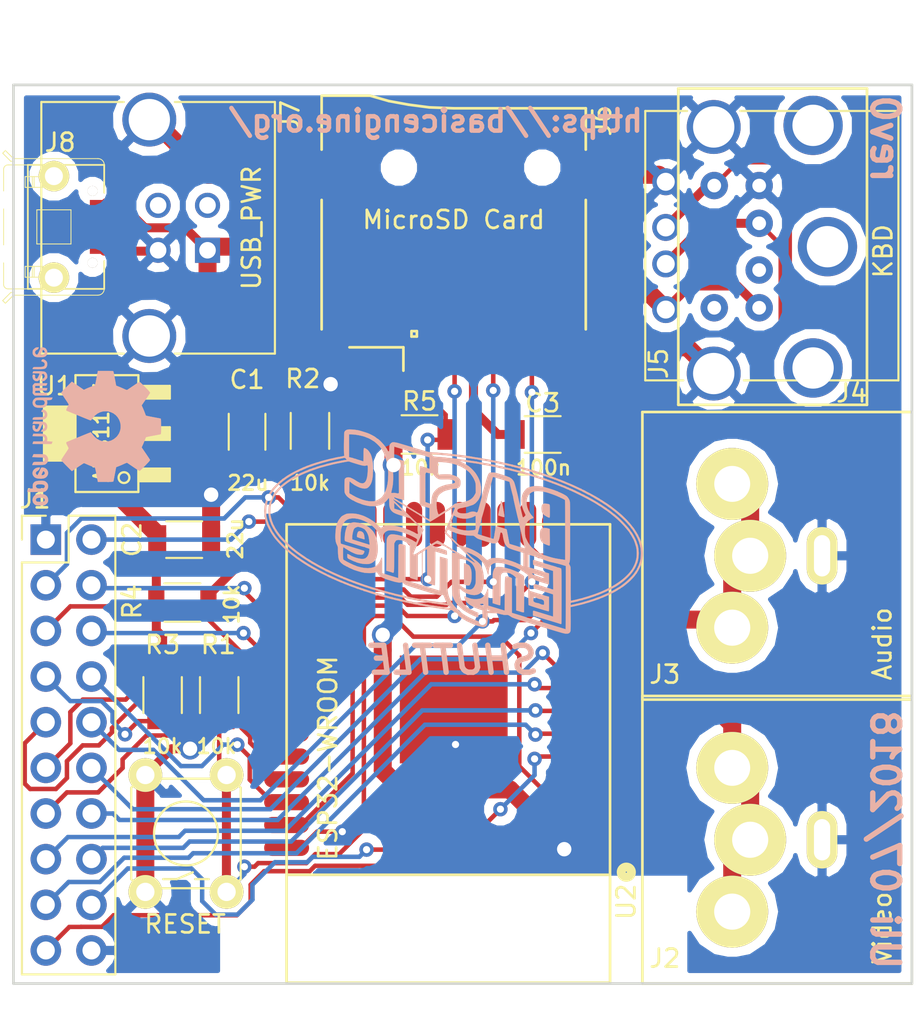
<source format=kicad_pcb>
(kicad_pcb (version 20171130) (host pcbnew 5.0.0-fee4fd1~65~ubuntu16.04.1)
  (layers (0 F.Cu signal) (31 B.Cu signal) (34 B.Paste user) (35 F.Paste user) (36 B.SilkS user) (37 F.SilkS user) (38 B.Mask user) (39 F.Mask user) (44 Edge.Cuts user))
  (net 0 "")
  (net 1 /VIDEO)
  (net 2 /AUDIO)
  (net 3 "Net-(J4-Pad6)")
  (net 4 /PS2CLK)
  (net 5 "Net-(J4-Pad2)")
  (net 6 /PS2DAT)
  (net 7 GND)
  (net 8 /MISO)
  (net 9 "Net-(J6-Pad8)")
  (net 10 /SCLK)
  (net 11 /3V3)
  (net 12 "Net-(J6-Pad1)")
  (net 13 /SDCS)
  (net 14 /MOSI)
  (net 15 +5V)
  (net 16 "Net-(U2-Pad32)")
  (net 17 "Net-(U2-Pad23)")
  (net 18 "Net-(U2-Pad22)")
  (net 19 "Net-(U2-Pad21)")
  (net 20 "Net-(U2-Pad20)")
  (net 21 "Net-(U2-Pad19)")
  (net 22 "Net-(U2-Pad18)")
  (net 23 "Net-(U2-Pad17)")
  (net 24 "Net-(J8-Pad2)")
  (net 25 "Net-(J8-Pad3)")
  (net 26 "Net-(J8-Pad4)")
  (net 27 "Net-(J7-Pad2)")
  (net 28 "Net-(J7-Pad3)")
  (net 29 /EN)
  (net 30 /DBG_TX)
  (net 31 /DBG_RX)
  (net 32 /DBG_DTR)
  (net 33 /GPIO2)
  (net 34 /GPIO4)
  (net 35 /GPIO21)
  (net 36 /GPIO27)
  (net 37 /SENSOR_VP)
  (net 38 /SENSOR_VN)
  (net 39 /GPIO32)
  (net 40 /GPIO33)
  (net 41 /GPIO12)
  (net 42 /GPIO34)
  (net 43 /GPIO16)
  (net 44 /GPIO35)
  (net 45 /GPIO17)
  (net 46 /GPIO22)
  (module rca:rca_uni (layer F.Cu) (at 161.5 113 180)
    (fp_text reference J2 (at 3.75 -6.6 180) (layer F.SilkS))
    (fp_text value Video (at -8.35 -4.9 270) (layer F.SilkS))
    (pad 1 thru_hole oval (at 0 4 180) (size 4 4) (drill 2) (layers *.Cu *.Mask F.SilkS) (net 1 /VIDEO))
    (pad 2 thru_hole oval (at -5 0 180) (size 1.7 3.2) (drill oval 0.9 2.3) (layers *.Cu *.Mask F.SilkS) (net 7 GND))
    (pad 1 thru_hole oval (at 0 -4 180) (size 4 4) (drill 2.01) (layers *.Cu *.Mask F.SilkS) (net 1 /VIDEO))
    (pad 1 thru_hole oval (at -1 0 180) (size 4 4) (drill 2.01) (layers *.Cu *.Mask F.SilkS) (net 1 /VIDEO))
  )
  (module rca:rca_uni (layer F.Cu) (at 161.5 97.2 180)
    (fp_text reference J3 (at 3.75 -6.6 180) (layer F.SilkS))
    (fp_text value Audio (at -8.35 -4.9 270) (layer F.SilkS))
    (pad 1 thru_hole oval (at -1 0 180) (size 4 4) (drill 2.01) (layers *.Cu *.Mask F.SilkS) (net 2 /AUDIO))
    (pad 1 thru_hole oval (at 0 -4 180) (size 4 4) (drill 2.01) (layers *.Cu *.Mask F.SilkS) (net 2 /AUDIO))
    (pad 2 thru_hole oval (at -5 0 180) (size 1.7 3.2) (drill oval 0.9 2.3) (layers *.Cu *.Mask F.SilkS) (net 7 GND))
    (pad 1 thru_hole oval (at 0 4 180) (size 4 4) (drill 2) (layers *.Cu *.Mask F.SilkS) (net 2 /AUDIO))
  )
  (module ab2_input_devices:AB2_PB_MOM_6MM_PTH_BLK (layer F.Cu) (at 131.1 112.65 90)
    (fp_text reference SW1 hide)
    (fp_text value RESET (at -5.05 -0.05 180) (layer F.SilkS))
    (pad 2 thru_hole circle (at 3.2512 2.2606 90) (size 1.8796 1.8796) (drill 1.016) (layers *.Cu *.Mask F.SilkS) (net 29 /EN))
    (pad 2 thru_hole circle (at -3.2512 2.2606 90) (size 1.8796 1.8796) (drill 1.016) (layers *.Cu *.Mask F.SilkS) (net 29 /EN))
    (pad 1 thru_hole circle (at 3.2512 -2.2606 90) (size 1.8796 1.8796) (drill 1.016) (layers *.Cu *.Mask F.SilkS) (net 7 GND))
    (pad 1 thru_hole circle (at -3.2512 -2.2606 90) (size 1.8796 1.8796) (drill 1.016) (layers *.Cu *.Mask F.SilkS) (net 7 GND))
  )
  (module Pin_Headers:Pin_Header_Straight_2x10_Pitch2.54mm (layer F.Cu) (at 123.3 96.3)
    (fp_text reference J1 (at -0.6 -2.25) (layer F.SilkS))
    (fp_text value EXP)
    (pad 20 thru_hole oval (at 2.54 22.86) (size 1.7 1.7) (drill 1) (layers *.Cu *.Mask) (net 7 GND))
    (pad 19 thru_hole oval (at 0 22.86) (size 1.7 1.7) (drill 1) (layers *.Cu *.Mask) (net 37 /SENSOR_VP))
    (pad 18 thru_hole oval (at 2.54 20.32) (size 1.7 1.7) (drill 1) (layers *.Cu *.Mask) (net 38 /SENSOR_VN))
    (pad 17 thru_hole oval (at 0 20.32) (size 1.7 1.7) (drill 1) (layers *.Cu *.Mask) (net 42 /GPIO34))
    (pad 16 thru_hole oval (at 2.54 17.78) (size 1.7 1.7) (drill 1) (layers *.Cu *.Mask) (net 44 /GPIO35))
    (pad 15 thru_hole oval (at 0 17.78) (size 1.7 1.7) (drill 1) (layers *.Cu *.Mask) (net 39 /GPIO32))
    (pad 14 thru_hole oval (at 2.54 15.24) (size 1.7 1.7) (drill 1) (layers *.Cu *.Mask) (net 40 /GPIO33))
    (pad 13 thru_hole oval (at 0 15.24) (size 1.7 1.7) (drill 1) (layers *.Cu *.Mask) (net 29 /EN))
    (pad 12 thru_hole oval (at 2.54 12.7) (size 1.7 1.7) (drill 1) (layers *.Cu *.Mask) (net 36 /GPIO27))
    (pad 11 thru_hole oval (at 0 12.7) (size 1.7 1.7) (drill 1) (layers *.Cu *.Mask) (net 32 /DBG_DTR))
    (pad 10 thru_hole oval (at 2.54 10.16) (size 1.7 1.7) (drill 1) (layers *.Cu *.Mask) (net 41 /GPIO12))
    (pad 9 thru_hole oval (at 0 10.16) (size 1.7 1.7) (drill 1) (layers *.Cu *.Mask) (net 31 /DBG_RX))
    (pad 8 thru_hole oval (at 2.54 7.62) (size 1.7 1.7) (drill 1) (layers *.Cu *.Mask) (net 46 /GPIO22))
    (pad 7 thru_hole oval (at 0 7.62) (size 1.7 1.7) (drill 1) (layers *.Cu *.Mask) (net 30 /DBG_TX))
    (pad 6 thru_hole oval (at 2.54 5.08) (size 1.7 1.7) (drill 1) (layers *.Cu *.Mask) (net 35 /GPIO21))
    (pad 5 thru_hole oval (at 0 5.08) (size 1.7 1.7) (drill 1) (layers *.Cu *.Mask) (net 11 /3V3))
    (pad 4 thru_hole oval (at 2.54 2.54) (size 1.7 1.7) (drill 1) (layers *.Cu *.Mask) (net 45 /GPIO17))
    (pad 3 thru_hole oval (at 0 2.54) (size 1.7 1.7) (drill 1) (layers *.Cu *.Mask) (net 43 /GPIO16))
    (pad 2 thru_hole oval (at 2.54 0) (size 1.7 1.7) (drill 1) (layers *.Cu *.Mask) (net 34 /GPIO4))
    (pad 1 thru_hole rect (at 0 0) (size 1.7 1.7) (drill 1) (layers *.Cu *.Mask) (net 7 GND))
  )
  (module Resistors_SMD:R_1206 (layer F.Cu) (at 144.1 90.45)
    (fp_text reference R5 (at 0 -1.85) (layer F.SilkS))
    (fp_text value 10k (at 0.05 1.85) (layer F.SilkS) (effects (font (size 0.8128 0.8128))))
    (pad 2 smd rect (at 1.45 0) (size 0.9 1.7) (layers F.Cu F.Paste F.Mask) (net 13 /SDCS))
    (pad 1 smd rect (at -1.45 0) (size 0.9 1.7) (layers F.Cu F.Paste F.Mask) (net 11 /3V3))
  )
  (module Resistors_SMD:R_1206 (layer F.Cu) (at 130.9 99.8)
    (fp_text reference R4 (at -2.8 -0.05 90) (layer F.SilkS))
    (fp_text value 10k (at 2.75 0.1 90) (layer F.SilkS) (effects (font (size 0.8128 0.8128))))
    (pad 2 smd rect (at 1.45 0) (size 0.9 1.7) (layers F.Cu F.Paste F.Mask) (net 32 /DBG_DTR))
    (pad 1 smd rect (at -1.45 0) (size 0.9 1.7) (layers F.Cu F.Paste F.Mask) (net 11 /3V3))
  )
  (module Resistors_SMD:R_1206 (layer F.Cu) (at 132.95 104.95 90)
    (fp_text reference R1 (at 2.8 -0.05 180) (layer F.SilkS))
    (fp_text value 10k (at -2.85 -0.15 180) (layer F.SilkS) (effects (font (size 0.8128 0.8128))))
    (pad 2 smd rect (at 1.45 0 90) (size 0.9 1.7) (layers F.Cu F.Paste F.Mask) (net 11 /3V3))
    (pad 1 smd rect (at -1.45 0 90) (size 0.9 1.7) (layers F.Cu F.Paste F.Mask) (net 29 /EN))
  )
  (module Resistors_SMD:R_1206 (layer F.Cu) (at 129.8 104.95 270)
    (fp_text reference R3 (at -2.8 0) (layer F.SilkS))
    (fp_text value 10k (at 2.85 0) (layer F.SilkS) (effects (font (size 0.8128 0.8128))))
    (pad 2 smd rect (at 1.45 0 270) (size 0.9 1.7) (layers F.Cu F.Paste F.Mask) (net 30 /DBG_TX))
    (pad 1 smd rect (at -1.45 0 270) (size 0.9 1.7) (layers F.Cu F.Paste F.Mask) (net 11 /3V3))
  )
  (module Resistors_SMD:R_1206 (layer F.Cu) (at 138 90.25 90)
    (fp_text reference R2 (at 2.9 -0.4 180) (layer F.SilkS))
    (fp_text value 10k (at -2.9 0 180) (layer F.SilkS) (effects (font (size 0.8128 0.8128))))
    (pad 2 smd rect (at 1.45 0 90) (size 0.9 1.7) (layers F.Cu F.Paste F.Mask) (net 7 GND))
    (pad 1 smd rect (at -1.45 0 90) (size 0.9 1.7) (layers F.Cu F.Paste F.Mask) (net 33 /GPIO2))
  )
  (module Capacitors_SMD:C_1206 (layer F.Cu) (at 150.95 90.45)
    (fp_text reference C3 (at 0 -1.75) (layer F.SilkS))
    (fp_text value 100n (at 0.05 1.85) (layer F.SilkS) (effects (font (size 0.8128 0.8128))))
    (pad 2 smd rect (at 1.5 0) (size 1 1.6) (layers F.Cu F.Paste F.Mask) (net 7 GND))
    (pad 1 smd rect (at -1.5 0) (size 1 1.6) (layers F.Cu F.Paste F.Mask) (net 11 /3V3))
  )
  (module Connectors:USB_B_MUSB_Straight (layer F.Cu) (at 132.3 80.2 270)
    (fp_text reference J7 (at -7.5 -4.6 270) (layer F.SilkS))
    (fp_text value USB_PWR (at -1.25 -2.45 270) (layer F.SilkS))
    (pad 2 thru_hole circle (at -2.5 0 270) (size 1.4 1.4) (drill 0.92) (layers *.Cu *.Mask) (net 27 "Net-(J7-Pad2)"))
    (pad 5 thru_hole circle (at -7.27 3.24 270) (size 3 3) (drill 2.3) (layers *.Cu *.Mask) (net 7 GND))
    (pad 1 thru_hole rect (at 0 0 270) (size 1.4 1.4) (drill 0.92) (layers *.Cu *.Mask) (net 15 +5V))
    (pad 3 thru_hole circle (at -2.5 2.75 270) (size 1.4 1.4) (drill 0.92) (layers *.Cu *.Mask) (net 28 "Net-(J7-Pad3)"))
    (pad 4 thru_hole circle (at 0 2.75 270) (size 1.4 1.4) (drill 0.92) (layers *.Cu *.Mask) (net 7 GND))
    (pad 5 thru_hole circle (at 4.77 3.24 270) (size 3 3) (drill 2.3) (layers *.Cu *.Mask) (net 7 GND))
  )
  (module ab2_usb:AB2_USB_MICRO_SMD (layer F.Cu) (at 121 78.9 270)
    (fp_text reference J8 (at -4.7 -3.1) (layer F.SilkS))
    (fp_text value USB_PWR_U hide)
    (pad "" thru_hole circle (at 1.99898 -4.9 270) (size 0.55 0.55) (drill 0.55) (layers *.Cu *.Mask F.SilkS))
    (pad "" thru_hole circle (at -2 -4.9 270) (size 0.55 0.55) (drill 0.55) (layers *.Cu *.Mask F.SilkS))
    (pad SH thru_hole circle (at 2.825 -2.75 270) (size 1.7 1.7) (drill 1) (layers *.Cu *.Mask F.SilkS))
    (pad SH thru_hole circle (at -2.825 -2.75 270) (size 1.7 1.7) (drill 1) (layers *.Cu *.Mask F.SilkS))
    (pad 5 smd rect (at 1.3 -5.425 270) (size 0.4 1.35) (layers F.Cu F.Paste F.Mask) (net 7 GND))
    (pad 4 smd rect (at 0.65 -5.425 270) (size 0.4 1.35) (layers F.Cu F.Paste F.Mask) (net 26 "Net-(J8-Pad4)"))
    (pad 3 smd rect (at 0 -5.425 270) (size 0.4 1.35) (layers F.Cu F.Paste F.Mask) (net 25 "Net-(J8-Pad3)"))
    (pad 2 smd rect (at -0.65 -5.425 270) (size 0.4 1.35) (layers F.Cu F.Paste F.Mask) (net 24 "Net-(J8-Pad2)"))
    (pad 1 smd rect (at -1.3 -5.425 270) (size 0.4 1.35) (layers F.Cu F.Paste F.Mask) (net 15 +5V))
  )
  (module Capacitors_SMD:C_1206 (layer F.Cu) (at 131 96.3)
    (fp_text reference C2 (at -2.9 0 90) (layer F.SilkS))
    (fp_text value 22u (at 2.85 -0.05 90) (layer F.SilkS) (effects (font (size 0.8128 0.8128))))
    (pad 2 smd rect (at 1.5 0) (size 1 1.6) (layers F.Cu F.Paste F.Mask) (net 7 GND))
    (pad 1 smd rect (at -1.5 0) (size 1 1.6) (layers F.Cu F.Paste F.Mask) (net 11 /3V3))
  )
  (module Capacitors_SMD:C_1206 (layer F.Cu) (at 134.5 90.3 270)
    (fp_text reference C1 (at -2.9 0) (layer F.SilkS))
    (fp_text value 22u (at 2.85 -0.05) (layer F.SilkS) (effects (font (size 0.8128 0.8128))))
    (pad 2 smd rect (at 1.5 0 270) (size 1 1.6) (layers F.Cu F.Paste F.Mask) (net 7 GND))
    (pad 1 smd rect (at -1.5 0 270) (size 1 1.6) (layers F.Cu F.Paste F.Mask) (net 15 +5V))
  )
  (module Connectors:USB_A (layer F.Cu) (at 157.8 83.5 90)
    (fp_text reference J5 (at -3 -0.4 90) (layer F.SilkS))
    (fp_text value KBD (at 3.25 12.1 90) (layer F.SilkS))
    (pad 5 thru_hole circle (at -3.56 2.67) (size 3 3) (drill 2.3) (layers *.Cu *.Mask) (net 7 GND))
    (pad 5 thru_hole circle (at 10.16 2.67) (size 3 3) (drill 2.3) (layers *.Cu *.Mask) (net 7 GND))
    (pad 1 thru_hole circle (at 0 0) (size 1.5 1.5) (drill 1) (layers *.Cu *.Mask) (net 15 +5V))
    (pad 2 thru_hole circle (at 2.54 0) (size 1.5 1.5) (drill 1) (layers *.Cu *.Mask) (net 6 /PS2DAT))
    (pad 3 thru_hole circle (at 4.57 0) (size 1.5 1.5) (drill 1) (layers *.Cu *.Mask) (net 4 /PS2CLK))
    (pad 4 thru_hole circle (at 7.11 0) (size 1.5 1.5) (drill 1) (layers *.Cu *.Mask) (net 7 GND))
  )
  (module ESP32-footprints-Lib:ESP32-WROOM (layer F.Cu) (at 145.7 108.2)
    (fp_text reference U2 (at 9.9 8.25 90) (layer F.SilkS))
    (fp_text value ESP32-WROOM)
    (fp_text user ESP32-WROOM (at -6.7 0.254 90) (layer F.SilkS))
    (pad 39 smd rect (at 0.3 -2.45) (size 6 6) (layers F.Cu F.Paste F.Mask) (net 7 GND))
    (pad 1 smd oval (at 9 5.25) (size 2.5 0.9) (layers F.Cu F.Paste F.Mask) (net 7 GND))
    (pad 2 smd oval (at 9 3.98) (size 2.5 0.9) (layers F.Cu F.Paste F.Mask) (net 11 /3V3))
    (pad 3 smd oval (at 9 2.71) (size 2.5 0.9) (layers F.Cu F.Paste F.Mask) (net 29 /EN))
    (pad 4 smd oval (at 9 1.44) (size 2.5 0.9) (layers F.Cu F.Paste F.Mask) (net 37 /SENSOR_VP))
    (pad 5 smd oval (at 9 0.17) (size 2.5 0.9) (layers F.Cu F.Paste F.Mask) (net 38 /SENSOR_VN))
    (pad 6 smd oval (at 9 -1.1) (size 2.5 0.9) (layers F.Cu F.Paste F.Mask) (net 42 /GPIO34))
    (pad 7 smd oval (at 9 -2.37) (size 2.5 0.9) (layers F.Cu F.Paste F.Mask) (net 44 /GPIO35))
    (pad 8 smd oval (at 9 -3.64) (size 2.5 0.9) (layers F.Cu F.Paste F.Mask) (net 39 /GPIO32))
    (pad 9 smd oval (at 9 -4.91) (size 2.5 0.9) (layers F.Cu F.Paste F.Mask) (net 40 /GPIO33))
    (pad 10 smd oval (at 9 -6.18) (size 2.5 0.9) (layers F.Cu F.Paste F.Mask) (net 1 /VIDEO))
    (pad 11 smd oval (at 9 -7.45) (size 2.5 0.9) (layers F.Cu F.Paste F.Mask) (net 2 /AUDIO))
    (pad 12 smd oval (at 9 -8.72) (size 2.5 0.9) (layers F.Cu F.Paste F.Mask) (net 36 /GPIO27))
    (pad 13 smd oval (at 9 -9.99) (size 2.5 0.9) (layers F.Cu F.Paste F.Mask) (net 4 /PS2CLK))
    (pad 14 smd oval (at 9 -11.26) (size 2.5 0.9) (layers F.Cu F.Paste F.Mask) (net 41 /GPIO12))
    (pad 15 smd oval (at 5.715 -12.75) (size 0.9 2.5) (layers F.Cu F.Paste F.Mask) (net 7 GND))
    (pad 16 smd oval (at 4.445 -12.75) (size 0.9 2.5) (layers F.Cu F.Paste F.Mask) (net 6 /PS2DAT))
    (pad 17 smd oval (at 3.175 -12.75) (size 0.9 2.5) (layers F.Cu F.Paste F.Mask) (net 23 "Net-(U2-Pad17)"))
    (pad 18 smd oval (at 1.905 -12.75) (size 0.9 2.5) (layers F.Cu F.Paste F.Mask) (net 22 "Net-(U2-Pad18)"))
    (pad 19 smd oval (at 0.635 -12.75) (size 0.9 2.5) (layers F.Cu F.Paste F.Mask) (net 21 "Net-(U2-Pad19)"))
    (pad 20 smd oval (at -0.635 -12.75) (size 0.9 2.5) (layers F.Cu F.Paste F.Mask) (net 20 "Net-(U2-Pad20)"))
    (pad 21 smd oval (at -1.905 -12.75) (size 0.9 2.5) (layers F.Cu F.Paste F.Mask) (net 19 "Net-(U2-Pad21)"))
    (pad 22 smd oval (at -3.175 -12.75) (size 0.9 2.5) (layers F.Cu F.Paste F.Mask) (net 18 "Net-(U2-Pad22)"))
    (pad 23 smd oval (at -4.445 -12.75) (size 0.9 2.5) (layers F.Cu F.Paste F.Mask) (net 17 "Net-(U2-Pad23)"))
    (pad 24 smd oval (at -5.715 -12.75) (size 0.9 2.5) (layers F.Cu F.Paste F.Mask) (net 33 /GPIO2))
    (pad 25 smd oval (at -9 -11.26) (size 2.5 0.9) (layers F.Cu F.Paste F.Mask) (net 32 /DBG_DTR))
    (pad 26 smd oval (at -9 -9.99) (size 2.5 0.9) (layers F.Cu F.Paste F.Mask) (net 34 /GPIO4))
    (pad 27 smd oval (at -9 -8.72) (size 2.5 0.9) (layers F.Cu F.Paste F.Mask) (net 43 /GPIO16))
    (pad 28 smd oval (at -9 -7.45) (size 2.5 0.9) (layers F.Cu F.Paste F.Mask) (net 45 /GPIO17))
    (pad 29 smd oval (at -9 -6.18) (size 2.5 0.9) (layers F.Cu F.Paste F.Mask) (net 13 /SDCS))
    (pad 30 smd oval (at -9 -4.91) (size 2.5 0.9) (layers F.Cu F.Paste F.Mask) (net 10 /SCLK))
    (pad 31 smd oval (at -9 -3.64) (size 2.5 0.9) (layers F.Cu F.Paste F.Mask) (net 8 /MISO))
    (pad 32 smd oval (at -9 -2.37) (size 2.5 0.9) (layers F.Cu F.Paste F.Mask) (net 16 "Net-(U2-Pad32)"))
    (pad 33 smd oval (at -9 -1.1) (size 2.5 0.9) (layers F.Cu F.Paste F.Mask) (net 35 /GPIO21))
    (pad 34 smd oval (at -9 0.17) (size 2.5 0.9) (layers F.Cu F.Paste F.Mask) (net 31 /DBG_RX))
    (pad 35 smd oval (at -9 1.44) (size 2.5 0.9) (layers F.Cu F.Paste F.Mask) (net 30 /DBG_TX))
    (pad 36 smd oval (at -9 2.71) (size 2.5 0.9) (layers F.Cu F.Paste F.Mask) (net 46 /GPIO22))
    (pad 37 smd oval (at -9 3.98) (size 2.5 0.9) (layers F.Cu F.Paste F.Mask) (net 14 /MOSI))
    (pad 38 smd oval (at -9 5.25) (size 2.5 0.9) (layers F.Cu F.Paste F.Mask) (net 7 GND))
  )
  (module ab2_sot:AB2_SOT223 (layer F.Cu) (at 126.7 90.4 90)
    (fp_text reference U1 (at 2.65 -2.9 180) (layer F.SilkS))
    (fp_text value AMS1117 (at 0.05 -0.3 90) (layer F.SilkS) (effects (font (size 0.8128 0.8128))))
    (pad 3 smd rect (at 2.3 2.9 90) (size 0.95 2.15) (layers F.Cu F.Paste F.Mask) (net 15 +5V))
    (pad 2 smd rect (at 0 2.9 90) (size 0.95 2.15) (layers F.Cu F.Paste F.Mask) (net 11 /3V3))
    (pad 1 smd rect (at -2.3 2.9 90) (size 0.95 2.15) (layers F.Cu F.Paste F.Mask) (net 7 GND))
    (pad 2 smd rect (at 0 -2.9 90) (size 3.25 2.15) (layers F.Cu F.Paste F.Mask) (net 11 /3V3))
  )
  (module devrom3_pcb:Conn_uSDcard (layer F.Cu) (at 146 75.6 180)
    (fp_text reference J6 (at -8.25 2.6 90) (layer F.SilkS))
    (fp_text value "MicroSD Card" (at 0 -2.9) (layer F.SilkS))
    (pad 3 smd rect (at 0 -10.5 180) (size 0.7 1.6) (layers F.Cu F.Paste F.Mask) (net 14 /MOSI))
    (pad "" np_thru_hole circle (at -4.93 0 180) (size 1 1) (drill 1) (layers *.Cu))
    (pad "" np_thru_hole circle (at 3.05 0 180) (size 1 1) (drill 1) (layers *.Cu))
    (pad 2 smd rect (at 1.1 -10.5 180) (size 0.7 1.6) (layers F.Cu F.Paste F.Mask) (net 13 /SDCS))
    (pad 1 smd rect (at 2.2 -10.5 180) (size 0.7 1.6) (layers F.Cu F.Paste F.Mask) (net 12 "Net-(J6-Pad1)"))
    (pad 4 smd rect (at -1.1 -10.5 180) (size 0.7 1.6) (layers F.Cu F.Paste F.Mask) (net 11 /3V3))
    (pad 5 smd rect (at -2.2 -10.5 180) (size 0.7 1.6) (layers F.Cu F.Paste F.Mask) (net 10 /SCLK))
    (pad 6 smd rect (at -3.3 -10.5 180) (size 0.7 1.6) (layers F.Cu F.Paste F.Mask) (net 7 GND))
    (pad 8 smd rect (at -5.5 -10.5 180) (size 0.7 1.6) (layers F.Cu F.Paste F.Mask) (net 9 "Net-(J6-Pad8)"))
    (pad 7 smd rect (at -4.4 -10.5 180) (size 0.7 1.6) (layers F.Cu F.Paste F.Mask) (net 8 /MISO))
    (pad 9 smd rect (at -6.6 -10.5 180) (size 0.7 1.6) (layers F.Cu F.Paste F.Mask) (net 7 GND))
    (pad 6 smd rect (at -7.75 -10 180) (size 1.2 1.4) (layers F.Cu F.Paste F.Mask) (net 7 GND))
    (pad 6 smd rect (at 6.85 -10 180) (size 1.6 1.4) (layers F.Cu F.Paste F.Mask) (net 7 GND))
    (pad 6 smd rect (at -7.75 -0.4 180) (size 1.2 2.2) (layers F.Cu F.Paste F.Mask) (net 7 GND))
    (pad 6 smd rect (at 7.75 -0.4 180) (size 1.2 2.2) (layers F.Cu F.Paste F.Mask) (net 7 GND))
  )
  (module mini-din-6-f:MINI-DIN-6-FULL-SHIELD (layer F.Cu) (at 171.5 80 270)
    (fp_text reference J4 (at 8.15 3.35) (layer F.SilkS))
    (fp_text value PS2_KBD hide)
    (pad 7 thru_hole circle (at 0 4.7 270) (size 3.3 3.3) (drill 2.3) (layers *.Cu *.Mask))
    (pad 1 thru_hole circle (at -1.3 8.5 270) (size 1.524 1.524) (drill 0.762) (layers *.Cu *.Mask) (net 6 /PS2DAT))
    (pad 2 thru_hole circle (at 1.3 8.5 270) (size 1.524 1.524) (drill 0.762) (layers *.Cu *.Mask) (net 5 "Net-(J4-Pad2)"))
    (pad 5 thru_hole circle (at -3.4 11 270) (size 1.524 1.524) (drill 0.762) (layers *.Cu *.Mask) (net 4 /PS2CLK))
    (pad 3 thru_hole circle (at -3.4 8.5 270) (size 1.524 1.524) (drill 0.762) (layers *.Cu *.Mask) (net 7 GND))
    (pad 6 thru_hole circle (at 3.4 11 270) (size 1.524 1.524) (drill 0.762) (layers *.Cu *.Mask) (net 3 "Net-(J4-Pad6)"))
    (pad 4 thru_hole circle (at 3.4 8.5 270) (size 1.524 1.524) (drill 0.762) (layers *.Cu *.Mask) (net 15 +5V))
    (pad 7 thru_hole circle (at 6.75 5.5 270) (size 3.3 3.3) (drill 2.3) (layers *.Cu *.Mask))
    (pad 7 thru_hole circle (at -6.75 5.5 270) (size 3.3 3.3) (drill 2.3) (layers *.Cu *.Mask))
  )
  (module Documents:basic_engine (layer B.Cu) (at 146 96 180)
    (fp_text reference G*** hide)
    (fp_text value LOGO hide)
  )
  (module Symbol:OSHW-Logo2_9.8x8mm_SilkScreen (layer B.Cu) (at 126 90 90)
    (fp_text reference REF** hide)
    (fp_text value OSHW-Logo2_9.8x8mm_SilkScreen hide)
  )
  (gr_text rev0 (at 170 74 270) (layer B.SilkS) (effects (font (size 1.5 1.5) (thickness 0.3)) (justify mirror)))
  (gr_text https://basicengine.org/ (at 145 73) (layer B.SilkS) (effects (font (size 1.2 1.2) (thickness 0.25)) (justify mirror)))
  (gr_text SHUTTLE (at 146 103) (layer B.SilkS) (effects (font (size 1.5 1.5) (thickness 0.3) italic) (justify mirror)))
  (gr_text "Uli 07/2018" (at 170 113 270) (layer B.SilkS) (effects (font (size 1.5 1.5) (thickness 0.3)) (justify mirror)))
  (gr_line (start 121.5 121) (end 121.5 71) (layer Edge.Cuts) (width 0.15))
  (gr_line (start 171.5 121) (end 121.5 121) (layer Edge.Cuts) (width 0.15))
  (gr_line (start 171.5 71) (end 171.5 121) (layer Edge.Cuts) (width 0.15))
  (gr_line (start 121.5 71) (end 171.5 71) (layer Edge.Cuts) (width 0.15))
  (segment (start 161.5 106.57) (end 161.5 109) (width 1) (layer F.Cu) (net 1))
  (segment (start 156.95 102.02) (end 161.5 106.57) (width 1) (layer F.Cu) (net 1))
  (segment (start 154.7 102.02) (end 156.95 102.02) (width 1) (layer F.Cu) (net 1))
  (segment (start 161.5 114) (end 162.5 113) (width 1) (layer F.Cu) (net 1))
  (segment (start 161.5 117) (end 161.5 114) (width 1) (layer F.Cu) (net 1))
  (segment (start 162.5 110) (end 161.5 109) (width 1) (layer F.Cu) (net 1))
  (segment (start 162.5 113) (end 162.5 110) (width 1) (layer F.Cu) (net 1))
  (segment (start 161.05 100.75) (end 161.5 101.2) (width 1) (layer F.Cu) (net 2))
  (segment (start 154.7 100.75) (end 161.05 100.75) (width 1) (layer F.Cu) (net 2))
  (segment (start 161.5 98.2) (end 162.5 97.2) (width 1) (layer F.Cu) (net 2))
  (segment (start 161.5 101.2) (end 161.5 98.2) (width 1) (layer F.Cu) (net 2))
  (segment (start 162.5 94.2) (end 161.5 93.2) (width 1) (layer F.Cu) (net 2))
  (segment (start 162.5 97.2) (end 162.5 94.2) (width 1) (layer F.Cu) (net 2))
  (segment (start 160.13 76.6) (end 157.8 78.93) (width 0.5) (layer F.Cu) (net 4))
  (segment (start 160.5 76.6) (end 160.13 76.6) (width 0.5) (layer F.Cu) (net 4))
  (segment (start 161.261999 75.838001) (end 160.5 76.6) (width 0.25) (layer F.Cu) (net 4))
  (segment (start 163.75 75.3) (end 161.8 75.3) (width 0.25) (layer F.Cu) (net 4))
  (segment (start 158.45 92.2) (end 160.4 90.25) (width 0.25) (layer F.Cu) (net 4))
  (segment (start 158.45 96.1) (end 158.45 92.2) (width 0.25) (layer F.Cu) (net 4))
  (segment (start 161.8 75.3) (end 161.261999 75.838001) (width 0.25) (layer F.Cu) (net 4))
  (segment (start 163.6 89.45) (end 163.6 85.8) (width 0.25) (layer F.Cu) (net 4))
  (segment (start 156.34 98.21) (end 158.45 96.1) (width 0.25) (layer F.Cu) (net 4))
  (segment (start 160.4 90.25) (end 162.8 90.25) (width 0.25) (layer F.Cu) (net 4))
  (segment (start 163.6 85.8) (end 164.7 84.7) (width 0.25) (layer F.Cu) (net 4))
  (segment (start 164.7 84.7) (end 164.7 76.25) (width 0.25) (layer F.Cu) (net 4))
  (segment (start 154.7 98.21) (end 156.34 98.21) (width 0.25) (layer F.Cu) (net 4))
  (segment (start 162.8 90.25) (end 163.6 89.45) (width 0.25) (layer F.Cu) (net 4))
  (segment (start 164.7 76.25) (end 163.75 75.3) (width 0.25) (layer F.Cu) (net 4))
  (segment (start 160.06 78.7) (end 163 78.7) (width 0.5) (layer F.Cu) (net 6))
  (segment (start 157.8 80.96) (end 160.06 78.7) (width 0.5) (layer F.Cu) (net 6))
  (segment (start 163.761999 79.461999) (end 163 78.7) (width 0.25) (layer F.Cu) (net 6))
  (segment (start 164.2 79.9) (end 163.761999 79.461999) (width 0.25) (layer F.Cu) (net 6))
  (segment (start 150.145 96.595) (end 150.75 97.2) (width 0.25) (layer F.Cu) (net 6))
  (segment (start 150.75 97.2) (end 151.9 97.2) (width 0.25) (layer F.Cu) (net 6))
  (segment (start 162.75 88.25) (end 162.75 85.7) (width 0.25) (layer F.Cu) (net 6))
  (segment (start 164.2 84.25) (end 164.2 79.9) (width 0.25) (layer F.Cu) (net 6))
  (segment (start 150.145 95.45) (end 150.145 96.595) (width 0.25) (layer F.Cu) (net 6))
  (segment (start 159.65 89.45) (end 161.55 89.45) (width 0.25) (layer F.Cu) (net 6))
  (segment (start 151.9 97.2) (end 159.65 89.45) (width 0.25) (layer F.Cu) (net 6))
  (segment (start 161.55 89.45) (end 162.75 88.25) (width 0.25) (layer F.Cu) (net 6))
  (segment (start 162.75 85.7) (end 164.2 84.25) (width 0.25) (layer F.Cu) (net 6))
  (segment (start 157.41 76) (end 157.8 76.39) (width 1) (layer F.Cu) (net 7))
  (segment (start 153.75 76) (end 157.41 76) (width 1) (layer F.Cu) (net 7))
  (segment (start 132.5 93.8) (end 134.5 91.8) (width 1) (layer F.Cu) (net 7))
  (segment (start 132.5 96.3) (end 132.5 93.8) (width 1) (layer F.Cu) (net 7))
  (segment (start 133.6 92.7) (end 134.5 91.8) (width 1) (layer F.Cu) (net 7))
  (segment (start 129.6 92.7) (end 133.6 92.7) (width 1) (layer F.Cu) (net 7))
  (segment (start 132.33 76) (end 138.25 76) (width 1) (layer F.Cu) (net 7))
  (segment (start 129.06 72.73) (end 132.33 76) (width 1) (layer F.Cu) (net 7))
  (segment (start 153.75 89.15) (end 152.45 90.45) (width 1) (layer F.Cu) (net 7))
  (segment (start 153.75 85.6) (end 153.75 89.15) (width 1) (layer F.Cu) (net 7))
  (segment (start 128.8394 109.3988) (end 128.8394 115.9012) (width 1) (layer F.Cu) (net 7))
  (segment (start 159.01 85.6) (end 160.47 87.06) (width 1) (layer F.Cu) (net 7))
  (segment (start 153.75 85.6) (end 159.01 85.6) (width 1) (layer F.Cu) (net 7))
  (segment (start 139.15 87.65) (end 138 88.8) (width 1) (layer F.Cu) (net 7))
  (via (at 132.5 93.8) (size 1.2) (drill 0.8) (layers F.Cu B.Cu) (net 7))
  (segment (start 153.75 85.5) (end 153.75 85.6) (width 0.5) (layer F.Cu) (net 7))
  (segment (start 149.3 85.239998) (end 150.139998 84.4) (width 0.5) (layer F.Cu) (net 7))
  (segment (start 152.65 84.4) (end 153.75 85.5) (width 0.5) (layer F.Cu) (net 7))
  (segment (start 149.3 86.1) (end 149.3 85.239998) (width 0.5) (layer F.Cu) (net 7))
  (segment (start 150.139998 84.4) (end 152.65 84.4) (width 0.5) (layer F.Cu) (net 7))
  (segment (start 152.45 90.45) (end 152.45 94.25) (width 1) (layer F.Cu) (net 7))
  (segment (start 151.415 95.285) (end 151.415 95.45) (width 1) (layer F.Cu) (net 7))
  (segment (start 152.45 94.25) (end 151.415 95.285) (width 1) (layer F.Cu) (net 7))
  (segment (start 139.15 85.6) (end 139.15 87.65) (width 1) (layer F.Cu) (net 7))
  (via (at 139.15 87.65) (size 1.2) (drill 0.8) (layers F.Cu B.Cu) (net 7))
  (segment (start 153.25 86.1) (end 153.75 85.6) (width 0.5) (layer F.Cu) (net 7))
  (segment (start 152.6 86.1) (end 153.25 86.1) (width 0.5) (layer F.Cu) (net 7))
  (segment (start 152.22499 113.45) (end 152.15 113.52499) (width 1) (layer F.Cu) (net 7))
  (via (at 152.15 113.52499) (size 1.2) (drill 0.8) (layers F.Cu B.Cu) (net 7))
  (segment (start 154.7 113.45) (end 152.22499 113.45) (width 1) (layer F.Cu) (net 7))
  (via (at 139.8 112.55) (size 0.8) (drill 0.4) (layers F.Cu B.Cu) (net 7))
  (segment (start 137.5 113.45) (end 138.4 112.55) (width 0.25) (layer F.Cu) (net 7))
  (segment (start 139.234315 112.55) (end 139.8 112.55) (width 0.25) (layer F.Cu) (net 7))
  (segment (start 136.7 113.45) (end 137.5 113.45) (width 0.25) (layer F.Cu) (net 7))
  (segment (start 138.4 112.55) (end 139.234315 112.55) (width 0.25) (layer F.Cu) (net 7))
  (via (at 146.1 107.7) (size 0.8) (drill 0.4) (layers F.Cu B.Cu) (net 7))
  (segment (start 130.478856 107.935967) (end 131.327384 107.935967) (width 0.5) (layer F.Cu) (net 7))
  (segment (start 128.8394 109.3988) (end 130.302233 107.935967) (width 0.5) (layer F.Cu) (net 7))
  (segment (start 130.302233 107.935967) (end 130.478856 107.935967) (width 0.5) (layer F.Cu) (net 7))
  (via (at 131.327384 107.935967) (size 1.2) (drill 0.8) (layers F.Cu B.Cu) (net 7))
  (segment (start 129.3 80.25) (end 129.55 80) (width 0.5) (layer F.Cu) (net 7))
  (segment (start 126.55 80.25) (end 129.3 80.25) (width 0.5) (layer F.Cu) (net 7))
  (via (at 150.35 98.65) (size 0.8) (drill 0.4) (layers F.Cu B.Cu) (net 8))
  (via (at 150.35 88.1) (size 0.8) (drill 0.4) (layers F.Cu B.Cu) (net 8))
  (segment (start 150.35 98.65) (end 150.35 88.1) (width 0.25) (layer B.Cu) (net 8))
  (segment (start 150.35 86.15) (end 150.4 86.1) (width 0.25) (layer F.Cu) (net 8))
  (segment (start 150.35 88.1) (end 150.35 86.15) (width 0.25) (layer F.Cu) (net 8))
  (segment (start 143.428577 99.924977) (end 145.602018 99.924978) (width 0.25) (layer F.Cu) (net 8))
  (segment (start 149.175002 99.824998) (end 149.950001 99.049999) (width 0.25) (layer F.Cu) (net 8))
  (segment (start 141.081916 99.524969) (end 143.028569 99.524969) (width 0.25) (layer F.Cu) (net 8))
  (segment (start 139.874977 100.731908) (end 141.081916 99.524969) (width 0.25) (layer F.Cu) (net 8))
  (segment (start 143.028569 99.524969) (end 143.428577 99.924977) (width 0.25) (layer F.Cu) (net 8))
  (segment (start 137.5 104.56) (end 139.874977 102.185023) (width 0.25) (layer F.Cu) (net 8))
  (segment (start 136.7 104.56) (end 137.5 104.56) (width 0.25) (layer F.Cu) (net 8))
  (segment (start 145.701998 99.824998) (end 149.175002 99.824998) (width 0.25) (layer F.Cu) (net 8))
  (segment (start 145.602018 99.924978) (end 145.701998 99.824998) (width 0.25) (layer F.Cu) (net 8))
  (segment (start 139.874977 102.185023) (end 139.874977 100.731908) (width 0.25) (layer F.Cu) (net 8))
  (segment (start 149.950001 99.049999) (end 150.35 98.65) (width 0.25) (layer F.Cu) (net 8))
  (via (at 148.2 98.65) (size 0.8) (drill 0.4) (layers F.Cu B.Cu) (net 10))
  (via (at 148.2 88) (size 0.8) (drill 0.4) (layers F.Cu B.Cu) (net 10))
  (segment (start 148.2 98.65) (end 148.2 88) (width 0.25) (layer B.Cu) (net 10))
  (segment (start 148.2 88) (end 148.2 86.1) (width 0.25) (layer F.Cu) (net 10))
  (segment (start 139.424966 101.365034) (end 139.424966 100.545508) (width 0.25) (layer F.Cu) (net 10))
  (segment (start 147.634315 98.65) (end 148.2 98.65) (width 0.25) (layer F.Cu) (net 10))
  (segment (start 137.5 103.29) (end 139.424966 101.365034) (width 0.25) (layer F.Cu) (net 10))
  (segment (start 139.424966 100.545508) (end 140.895516 99.074958) (width 0.25) (layer F.Cu) (net 10))
  (segment (start 143.614977 99.474967) (end 145.053619 99.474967) (width 0.25) (layer F.Cu) (net 10))
  (segment (start 145.053619 99.474967) (end 145.878587 98.65) (width 0.25) (layer F.Cu) (net 10))
  (segment (start 140.895516 99.074958) (end 143.214968 99.074958) (width 0.25) (layer F.Cu) (net 10))
  (segment (start 145.878587 98.65) (end 147.634315 98.65) (width 0.25) (layer F.Cu) (net 10))
  (segment (start 143.214968 99.074958) (end 143.614977 99.474967) (width 0.25) (layer F.Cu) (net 10))
  (segment (start 136.7 103.29) (end 137.5 103.29) (width 0.25) (layer F.Cu) (net 10))
  (segment (start 123.8 90.4) (end 129.6 90.4) (width 1) (layer F.Cu) (net 11))
  (segment (start 129.5 96) (end 129.5 96.3) (width 1) (layer F.Cu) (net 11))
  (segment (start 127.525 94.025) (end 129.5 96) (width 1) (layer F.Cu) (net 11))
  (segment (start 127.525 91.875) (end 127.525 94.025) (width 1) (layer F.Cu) (net 11))
  (segment (start 129 90.4) (end 127.525 91.875) (width 1) (layer F.Cu) (net 11))
  (segment (start 129.6 90.4) (end 129 90.4) (width 1) (layer F.Cu) (net 11))
  (segment (start 129.45 96.35) (end 129.5 96.3) (width 0.5) (layer F.Cu) (net 11))
  (segment (start 129.45 99.8) (end 129.45 96.35) (width 0.5) (layer F.Cu) (net 11))
  (segment (start 129.8 103.5) (end 129.8 101.7) (width 0.5) (layer F.Cu) (net 11))
  (segment (start 129.45 101.35) (end 129.45 99.8) (width 0.5) (layer F.Cu) (net 11))
  (segment (start 129.8 101.7) (end 129.45 101.35) (width 0.5) (layer F.Cu) (net 11))
  (segment (start 129.8 103.5) (end 132.95 103.5) (width 0.5) (layer F.Cu) (net 11))
  (segment (start 129.6 90.4) (end 142.6 90.4) (width 1) (layer F.Cu) (net 11))
  (segment (start 142.6 90.4) (end 142.65 90.45) (width 1) (layer F.Cu) (net 11))
  (segment (start 148.45 90.45) (end 149.45 90.45) (width 0.5) (layer F.Cu) (net 11))
  (segment (start 147.1 89.1) (end 148.45 90.45) (width 0.5) (layer F.Cu) (net 11))
  (segment (start 147.1 86.1) (end 147.1 89.1) (width 0.5) (layer F.Cu) (net 11))
  (via (at 142.65 92.15) (size 1.2) (drill 0.8) (layers F.Cu B.Cu) (net 11))
  (segment (start 142.65 90.45) (end 142.65 92.15) (width 1) (layer F.Cu) (net 11))
  (segment (start 128.534999 100.015001) (end 128.75 99.8) (width 0.25) (layer F.Cu) (net 11))
  (segment (start 128.75 99.8) (end 129.45 99.8) (width 0.25) (layer F.Cu) (net 11))
  (segment (start 124.664999 100.015001) (end 128.534999 100.015001) (width 0.25) (layer F.Cu) (net 11))
  (segment (start 123.3 101.38) (end 124.664999 100.015001) (width 0.25) (layer F.Cu) (net 11))
  (via (at 142.049999 101.6) (size 1.2) (drill 0.8) (layers F.Cu B.Cu) (net 11))
  (segment (start 142.65 100.999999) (end 142.649998 101.000001) (width 1) (layer B.Cu) (net 11))
  (segment (start 142.65 92.15) (end 142.65 100.999999) (width 1) (layer B.Cu) (net 11))
  (segment (start 142.649998 101.000001) (end 142.049999 101.6) (width 1) (layer B.Cu) (net 11))
  (segment (start 142.65 89.1) (end 142.65 90.45) (width 0.5) (layer F.Cu) (net 11))
  (segment (start 142.65 85.1) (end 142.65 89.1) (width 0.5) (layer F.Cu) (net 11))
  (segment (start 147.1 86.1) (end 147.1 85) (width 0.5) (layer F.Cu) (net 11))
  (segment (start 147.1 85) (end 146.5 84.4) (width 0.5) (layer F.Cu) (net 11))
  (segment (start 146.5 84.4) (end 143.35 84.4) (width 0.5) (layer F.Cu) (net 11))
  (segment (start 143.35 84.4) (end 142.65 85.1) (width 0.5) (layer F.Cu) (net 11))
  (segment (start 142.049999 102.448528) (end 142.049999 101.6) (width 1) (layer F.Cu) (net 11))
  (segment (start 142.049999 109.149999) (end 142.049999 102.448528) (width 1) (layer F.Cu) (net 11))
  (segment (start 154.7 112.18) (end 151.108002 112.18) (width 1) (layer F.Cu) (net 11))
  (segment (start 149.128001 110.199999) (end 143.099999 110.199999) (width 1) (layer F.Cu) (net 11))
  (segment (start 143.099999 110.199999) (end 142.049999 109.149999) (width 1) (layer F.Cu) (net 11))
  (segment (start 151.108002 112.18) (end 149.128001 110.199999) (width 1) (layer F.Cu) (net 11))
  (via (at 144.55 90.75) (size 0.8) (drill 0.4) (layers F.Cu B.Cu) (net 13))
  (segment (start 145.25 90.75) (end 145.55 90.45) (width 0.25) (layer F.Cu) (net 13))
  (segment (start 144.55 90.75) (end 145.25 90.75) (width 0.25) (layer F.Cu) (net 13))
  (segment (start 144.9 86.1) (end 144.9 88.75) (width 0.25) (layer F.Cu) (net 13))
  (segment (start 145.55 89.35) (end 145.55 90.45) (width 0.25) (layer F.Cu) (net 13))
  (segment (start 144.95 88.75) (end 145.55 89.35) (width 0.25) (layer F.Cu) (net 13))
  (segment (start 144.9 88.75) (end 144.95 88.75) (width 0.25) (layer F.Cu) (net 13))
  (via (at 144.55 98.5) (size 0.8) (drill 0.4) (layers F.Cu B.Cu) (net 13))
  (segment (start 144.55 98.5) (end 144.55 90.75) (width 0.25) (layer B.Cu) (net 13))
  (segment (start 137.5 102.02) (end 138.2 101.32) (width 0.25) (layer F.Cu) (net 13))
  (segment (start 136.7 102.02) (end 137.5 102.02) (width 0.25) (layer F.Cu) (net 13))
  (segment (start 138.2 101.32) (end 138.2 101.134064) (width 0.25) (layer F.Cu) (net 13))
  (segment (start 140.834064 98.5) (end 143.984315 98.5) (width 0.25) (layer F.Cu) (net 13))
  (segment (start 138.2 101.134064) (end 140.834064 98.5) (width 0.25) (layer F.Cu) (net 13))
  (segment (start 143.984315 98.5) (end 144.55 98.5) (width 0.25) (layer F.Cu) (net 13))
  (via (at 146.05 100.55) (size 0.8) (drill 0.4) (layers F.Cu B.Cu) (net 14))
  (via (at 146.05 88.05) (size 0.8) (drill 0.4) (layers F.Cu B.Cu) (net 14))
  (segment (start 146.05 100.55) (end 146.05 88.05) (width 0.25) (layer B.Cu) (net 14))
  (segment (start 146.05 86.15) (end 146 86.1) (width 0.25) (layer F.Cu) (net 14))
  (segment (start 146.05 88.05) (end 146.05 86.15) (width 0.25) (layer F.Cu) (net 14))
  (segment (start 140.374981 100.907828) (end 141.307821 99.974988) (width 0.25) (layer F.Cu) (net 14))
  (segment (start 141.307821 99.974988) (end 142.842178 99.974988) (width 0.25) (layer F.Cu) (net 14))
  (segment (start 142.842178 99.974988) (end 143.41719 100.55) (width 0.25) (layer F.Cu) (net 14))
  (segment (start 143.41719 100.55) (end 145.484315 100.55) (width 0.25) (layer F.Cu) (net 14))
  (segment (start 140.374981 109.305019) (end 140.374981 100.907828) (width 0.25) (layer F.Cu) (net 14))
  (segment (start 137.5 112.18) (end 140.374981 109.305019) (width 0.25) (layer F.Cu) (net 14))
  (segment (start 136.7 112.18) (end 137.5 112.18) (width 0.25) (layer F.Cu) (net 14))
  (segment (start 145.484315 100.55) (end 146.05 100.55) (width 0.25) (layer F.Cu) (net 14))
  (segment (start 132.3 85.4) (end 129.6 88.1) (width 1) (layer F.Cu) (net 15))
  (segment (start 132.3 80) (end 132.3 85.4) (width 1) (layer F.Cu) (net 15))
  (segment (start 132.3 86.9) (end 134.2 88.8) (width 1) (layer F.Cu) (net 15))
  (segment (start 134.2 88.8) (end 134.5 88.8) (width 1) (layer F.Cu) (net 15))
  (segment (start 132.3 85.4) (end 132.3 86.9) (width 1) (layer F.Cu) (net 15))
  (segment (start 154.3 80) (end 132.3 80) (width 1) (layer F.Cu) (net 15))
  (segment (start 157.8 83.5) (end 154.3 80) (width 1) (layer F.Cu) (net 15))
  (segment (start 158.549999 82.750001) (end 157.8 83.5) (width 0.5) (layer F.Cu) (net 15))
  (segment (start 161.787999 82.187999) (end 159.112001 82.187999) (width 0.5) (layer F.Cu) (net 15))
  (segment (start 159.112001 82.187999) (end 158.549999 82.750001) (width 0.5) (layer F.Cu) (net 15))
  (segment (start 163 83.4) (end 161.787999 82.187999) (width 0.5) (layer F.Cu) (net 15))
  (segment (start 131.05 78.95) (end 128.810002 78.95) (width 0.5) (layer F.Cu) (net 15))
  (segment (start 127.410002 77.55) (end 126.65 77.55) (width 0.5) (layer F.Cu) (net 15))
  (segment (start 128.810002 78.95) (end 127.410002 77.55) (width 0.5) (layer F.Cu) (net 15))
  (segment (start 132.3 80.2) (end 131.05 78.95) (width 0.5) (layer F.Cu) (net 15))
  (segment (start 134.350002 114.911798) (end 134.350002 114.5) (width 0.25) (layer B.Cu) (net 29))
  (segment (start 133.3606 115.9012) (end 134.350002 114.911798) (width 0.25) (layer B.Cu) (net 29))
  (via (at 134.350002 114.5) (size 0.8) (drill 0.4) (layers F.Cu B.Cu) (net 29))
  (segment (start 134.915687 114.5) (end 134.350002 114.5) (width 0.25) (layer F.Cu) (net 29))
  (segment (start 135.115687 114.3) (end 134.915687 114.5) (width 0.25) (layer F.Cu) (net 29))
  (segment (start 137.8 114.3) (end 135.115687 114.3) (width 0.25) (layer F.Cu) (net 29))
  (segment (start 138.300021 113.799979) (end 137.8 114.3) (width 0.25) (layer F.Cu) (net 29))
  (segment (start 140.999998 112.423006) (end 139.623025 113.799979) (width 0.25) (layer F.Cu) (net 29))
  (segment (start 149.649998 102.741998) (end 148.608002 101.700002) (width 0.25) (layer F.Cu) (net 29))
  (segment (start 151.651996 110.91) (end 149.649998 108.908002) (width 0.25) (layer F.Cu) (net 29))
  (segment (start 154.7 110.91) (end 151.651996 110.91) (width 0.25) (layer F.Cu) (net 29))
  (segment (start 149.649998 108.908002) (end 149.649998 102.741998) (width 0.25) (layer F.Cu) (net 29))
  (segment (start 148.608002 101.700002) (end 143.754004 101.700002) (width 0.25) (layer F.Cu) (net 29))
  (segment (start 143.754004 101.700002) (end 142.604001 100.549999) (width 0.25) (layer F.Cu) (net 29))
  (segment (start 142.604001 100.549999) (end 141.545998 100.549999) (width 0.25) (layer F.Cu) (net 29))
  (segment (start 141.545998 100.549999) (end 140.999998 101.095999) (width 0.25) (layer F.Cu) (net 29))
  (segment (start 140.999998 101.095999) (end 140.999998 112.423006) (width 0.25) (layer F.Cu) (net 29))
  (segment (start 139.623025 113.799979) (end 138.300021 113.799979) (width 0.25) (layer F.Cu) (net 29))
  (segment (start 133.35 109.4094) (end 133.3606 109.3988) (width 0.5) (layer F.Cu) (net 29))
  (segment (start 133.35 115.8906) (end 133.35 109.4094) (width 0.5) (layer F.Cu) (net 29))
  (segment (start 133.3606 115.9012) (end 133.35 115.8906) (width 0.5) (layer F.Cu) (net 29))
  (segment (start 132.95 108.9882) (end 133.3606 109.3988) (width 0.25) (layer F.Cu) (net 29))
  (segment (start 132.95 106.4) (end 132.95 108.9882) (width 0.25) (layer F.Cu) (net 29))
  (segment (start 124.149999 110.690001) (end 123.3 111.54) (width 0.25) (layer F.Cu) (net 29))
  (segment (start 126.214003 110.364999) (end 124.475001 110.364999) (width 0.25) (layer F.Cu) (net 29))
  (segment (start 127.574599 109.004403) (end 126.214003 110.364999) (width 0.25) (layer F.Cu) (net 29))
  (segment (start 132.95 106.4) (end 131.56703 106.4) (width 0.25) (layer F.Cu) (net 29))
  (segment (start 124.475001 110.364999) (end 124.149999 110.690001) (width 0.25) (layer F.Cu) (net 29))
  (segment (start 131.56703 106.4) (end 130.76703 107.2) (width 0.25) (layer F.Cu) (net 29))
  (segment (start 127.574599 108.525401) (end 127.574599 109.004403) (width 0.25) (layer F.Cu) (net 29))
  (segment (start 130.76703 107.2) (end 128.9 107.2) (width 0.25) (layer F.Cu) (net 29))
  (segment (start 128.9 107.2) (end 127.574599 108.525401) (width 0.25) (layer F.Cu) (net 29))
  (segment (start 127.015001 105.895999) (end 127.015001 106.44032) (width 0.25) (layer B.Cu) (net 30))
  (segment (start 127.307045 106.732364) (end 127.707044 107.132363) (width 0.25) (layer B.Cu) (net 30))
  (via (at 127.707044 107.132363) (size 0.8) (drill 0.4) (layers F.Cu B.Cu) (net 30))
  (segment (start 124.664999 105.284999) (end 126.404001 105.284999) (width 0.25) (layer B.Cu) (net 30))
  (segment (start 123.3 103.92) (end 124.664999 105.284999) (width 0.25) (layer B.Cu) (net 30))
  (segment (start 127.015001 106.44032) (end 127.307045 106.732364) (width 0.25) (layer B.Cu) (net 30))
  (segment (start 126.404001 105.284999) (end 127.015001 105.895999) (width 0.25) (layer B.Cu) (net 30))
  (segment (start 129.8 106.4) (end 128.439407 106.4) (width 0.25) (layer F.Cu) (net 30))
  (segment (start 128.107043 106.732364) (end 127.707044 107.132363) (width 0.25) (layer F.Cu) (net 30))
  (segment (start 128.439407 106.4) (end 128.107043 106.732364) (width 0.25) (layer F.Cu) (net 30))
  (segment (start 134.2 106.786386) (end 134.2 105.764998) (width 0.25) (layer F.Cu) (net 30))
  (segment (start 134.2 105.764998) (end 133.785002 105.35) (width 0.25) (layer F.Cu) (net 30))
  (segment (start 133.785002 105.35) (end 131.95 105.35) (width 0.25) (layer F.Cu) (net 30))
  (segment (start 131.95 105.35) (end 130.9 106.4) (width 0.25) (layer F.Cu) (net 30))
  (segment (start 130.9 106.4) (end 129.8 106.4) (width 0.25) (layer F.Cu) (net 30))
  (segment (start 134.674979 107.607419) (end 134.674979 107.261365) (width 0.25) (layer F.Cu) (net 30))
  (segment (start 135.100011 108.840011) (end 135.100011 108.032451) (width 0.25) (layer F.Cu) (net 30))
  (segment (start 135.9 109.64) (end 135.100011 108.840011) (width 0.25) (layer F.Cu) (net 30))
  (segment (start 135.100011 108.032451) (end 134.674979 107.607419) (width 0.25) (layer F.Cu) (net 30))
  (segment (start 134.674979 107.261365) (end 134.2 106.786386) (width 0.25) (layer F.Cu) (net 30))
  (segment (start 136.7 109.64) (end 135.9 109.64) (width 0.25) (layer F.Cu) (net 30))
  (segment (start 135.12499 107.074965) (end 134.650011 106.599986) (width 0.25) (layer F.Cu) (net 31))
  (segment (start 124.475001 109.564001) (end 123.864001 110.175001) (width 0.25) (layer F.Cu) (net 31))
  (segment (start 122.425001 110.175001) (end 122.124999 109.874999) (width 0.25) (layer F.Cu) (net 31))
  (segment (start 124.475001 108.625997) (end 124.475001 109.564001) (width 0.25) (layer F.Cu) (net 31))
  (segment (start 136.7 108.37) (end 136.073971 108.37) (width 0.25) (layer F.Cu) (net 31))
  (segment (start 128.916394 104.850011) (end 126.982043 106.784362) (width 0.25) (layer F.Cu) (net 31))
  (segment (start 122.124999 109.874999) (end 122.124999 107.635001) (width 0.25) (layer F.Cu) (net 31))
  (segment (start 126.251988 107.75) (end 125.350998 107.75) (width 0.25) (layer F.Cu) (net 31))
  (segment (start 125.350998 107.75) (end 124.475001 108.625997) (width 0.25) (layer F.Cu) (net 31))
  (segment (start 122.124999 107.635001) (end 122.450001 107.309999) (width 0.25) (layer F.Cu) (net 31))
  (segment (start 122.450001 107.309999) (end 123.3 106.46) (width 0.25) (layer F.Cu) (net 31))
  (segment (start 126.982043 106.784362) (end 126.982043 107.019945) (width 0.25) (layer F.Cu) (net 31))
  (segment (start 123.864001 110.175001) (end 122.425001 110.175001) (width 0.25) (layer F.Cu) (net 31))
  (segment (start 134.650011 105.578598) (end 133.921424 104.850011) (width 0.25) (layer F.Cu) (net 31))
  (segment (start 126.982043 107.019945) (end 126.251988 107.75) (width 0.25) (layer F.Cu) (net 31))
  (segment (start 134.650011 106.599986) (end 134.650011 105.578598) (width 0.25) (layer F.Cu) (net 31))
  (segment (start 135.12499 107.421018) (end 135.12499 107.074965) (width 0.25) (layer F.Cu) (net 31))
  (segment (start 136.073971 108.37) (end 135.12499 107.421018) (width 0.25) (layer F.Cu) (net 31))
  (segment (start 133.921424 104.850011) (end 128.916394 104.850011) (width 0.25) (layer F.Cu) (net 31))
  (segment (start 136.7 96.94) (end 134.81 96.94) (width 0.5) (layer F.Cu) (net 32))
  (segment (start 134.81 96.94) (end 132.35 99.4) (width 0.5) (layer F.Cu) (net 32))
  (segment (start 132.35 99.4) (end 132.35 99.8) (width 0.5) (layer F.Cu) (net 32))
  (segment (start 134.25 102.65) (end 132.35 100.75) (width 0.25) (layer F.Cu) (net 32))
  (segment (start 134.25 104.085002) (end 134.25 102.65) (width 0.25) (layer F.Cu) (net 32))
  (segment (start 133.935002 104.4) (end 134.25 104.085002) (width 0.25) (layer F.Cu) (net 32))
  (segment (start 123.3 109) (end 124.664999 107.635001) (width 0.25) (layer F.Cu) (net 32))
  (segment (start 124.664999 107.635001) (end 124.664999 105.895999) (width 0.25) (layer F.Cu) (net 32))
  (segment (start 132.35 100.75) (end 132.35 99.8) (width 0.25) (layer F.Cu) (net 32))
  (segment (start 128.545995 104.4) (end 133.935002 104.4) (width 0.25) (layer F.Cu) (net 32))
  (segment (start 127.746017 105.199978) (end 128.545995 104.4) (width 0.25) (layer F.Cu) (net 32))
  (segment (start 124.664999 105.895999) (end 125.36102 105.199978) (width 0.25) (layer F.Cu) (net 32))
  (segment (start 125.36102 105.199978) (end 127.746017 105.199978) (width 0.25) (layer F.Cu) (net 32))
  (segment (start 139.985 93.685) (end 138 91.7) (width 0.5) (layer F.Cu) (net 33))
  (segment (start 139.985 95.45) (end 139.985 93.685) (width 0.5) (layer F.Cu) (net 33))
  (via (at 134.6 95.3) (size 0.8) (drill 0.4) (layers F.Cu B.Cu) (net 34))
  (segment (start 136.956029 95.3) (end 134.6 95.3) (width 0.25) (layer F.Cu) (net 34))
  (segment (start 136.7 98.21) (end 137.5 98.21) (width 0.25) (layer F.Cu) (net 34))
  (segment (start 138.27501 97.43499) (end 138.27501 96.618981) (width 0.25) (layer F.Cu) (net 34))
  (segment (start 137.5 98.21) (end 138.27501 97.43499) (width 0.25) (layer F.Cu) (net 34))
  (segment (start 138.27501 96.618981) (end 136.956029 95.3) (width 0.25) (layer F.Cu) (net 34))
  (segment (start 127.042081 96.3) (end 125.84 96.3) (width 0.25) (layer B.Cu) (net 34))
  (segment (start 134.6 95.3) (end 133.6 96.3) (width 0.25) (layer B.Cu) (net 34))
  (segment (start 133.6 96.3) (end 127.042081 96.3) (width 0.25) (layer B.Cu) (net 34))
  (via (at 134.3 101.5) (size 0.8) (drill 0.4) (layers F.Cu B.Cu) (net 35))
  (segment (start 125.96 101.5) (end 125.84 101.38) (width 0.25) (layer B.Cu) (net 35))
  (segment (start 134.3 101.5) (end 125.96 101.5) (width 0.25) (layer B.Cu) (net 35))
  (segment (start 134.699999 101.899999) (end 134.3 101.5) (width 0.25) (layer F.Cu) (net 35))
  (segment (start 135.9 107.1) (end 135.100022 106.300022) (width 0.25) (layer F.Cu) (net 35))
  (segment (start 136.7 107.1) (end 135.9 107.1) (width 0.25) (layer F.Cu) (net 35))
  (segment (start 135.050022 105.342198) (end 135.050022 102.250022) (width 0.25) (layer F.Cu) (net 35))
  (segment (start 135.100022 105.392198) (end 135.050022 105.342198) (width 0.25) (layer F.Cu) (net 35))
  (segment (start 135.100022 106.300022) (end 135.100022 105.392198) (width 0.25) (layer F.Cu) (net 35))
  (segment (start 135.050022 102.250022) (end 134.699999 101.899999) (width 0.25) (layer F.Cu) (net 35))
  (via (at 150.3 101.5) (size 0.8) (drill 0.4) (layers F.Cu B.Cu) (net 36))
  (segment (start 152.32 99.48) (end 150.3 101.5) (width 0.25) (layer F.Cu) (net 36))
  (segment (start 154.7 99.48) (end 152.32 99.48) (width 0.25) (layer F.Cu) (net 36))
  (segment (start 128.14 111.3) (end 126.689999 109.849999) (width 0.25) (layer B.Cu) (net 36))
  (segment (start 126.689999 109.849999) (end 125.84 109) (width 0.25) (layer B.Cu) (net 36))
  (segment (start 135.8 111.3) (end 128.14 111.3) (width 0.25) (layer B.Cu) (net 36))
  (segment (start 144.15 102.95) (end 135.8 111.3) (width 0.25) (layer B.Cu) (net 36))
  (segment (start 148.85 102.95) (end 144.15 102.95) (width 0.25) (layer B.Cu) (net 36))
  (segment (start 150.3 101.5) (end 148.85 102.95) (width 0.25) (layer B.Cu) (net 36))
  (segment (start 125.25 117.85) (end 124.61 117.85) (width 0.25) (layer F.Cu) (net 37))
  (segment (start 125.253499 117.846501) (end 125.25 117.85) (width 0.25) (layer F.Cu) (net 37))
  (segment (start 124.61 117.85) (end 123.3 119.16) (width 0.25) (layer F.Cu) (net 37))
  (segment (start 126.428001 117.845001) (end 125.251999 117.845001) (width 0.25) (layer F.Cu) (net 37))
  (segment (start 127.073002 117.2) (end 126.428001 117.845001) (width 0.25) (layer F.Cu) (net 37))
  (segment (start 156.27501 113.771019) (end 155.596029 114.45) (width 0.25) (layer F.Cu) (net 37))
  (segment (start 156.27501 110.41501) (end 156.27501 113.771019) (width 0.25) (layer F.Cu) (net 37))
  (segment (start 138.28641 114.45) (end 137.9864 114.750011) (width 0.25) (layer F.Cu) (net 37))
  (segment (start 125.251999 117.845001) (end 125.253499 117.846501) (width 0.25) (layer F.Cu) (net 37))
  (segment (start 154.7 109.64) (end 155.5 109.64) (width 0.25) (layer F.Cu) (net 37))
  (segment (start 133.933706 117.2) (end 127.073002 117.2) (width 0.25) (layer F.Cu) (net 37))
  (segment (start 135.449989 114.750011) (end 134.7 115.5) (width 0.25) (layer F.Cu) (net 37))
  (segment (start 155.596029 114.45) (end 138.28641 114.45) (width 0.25) (layer F.Cu) (net 37))
  (segment (start 137.9864 114.750011) (end 135.449989 114.750011) (width 0.25) (layer F.Cu) (net 37))
  (segment (start 155.5 109.64) (end 156.27501 110.41501) (width 0.25) (layer F.Cu) (net 37))
  (segment (start 134.7 115.5) (end 134.7 116.433706) (width 0.25) (layer F.Cu) (net 37))
  (segment (start 134.7 116.433706) (end 133.933706 117.2) (width 0.25) (layer F.Cu) (net 37))
  (segment (start 150.63 108.37) (end 150.5 108.5) (width 0.25) (layer F.Cu) (net 38))
  (segment (start 150.5 109.4) (end 148.6 111.3) (width 0.25) (layer B.Cu) (net 38))
  (segment (start 150.5 108.5) (end 150.5 109.4) (width 0.25) (layer B.Cu) (net 38))
  (via (at 148.6 111.3) (size 0.8) (drill 0.4) (layers F.Cu B.Cu) (net 38))
  (segment (start 154.7 108.37) (end 150.63 108.37) (width 0.25) (layer F.Cu) (net 38))
  (via (at 150.5 108.5) (size 0.8) (drill 0.4) (layers F.Cu B.Cu) (net 38))
  (via (at 141.15 113.55) (size 0.8) (drill 0.4) (layers F.Cu B.Cu) (net 38))
  (segment (start 146.35 113.55) (end 141.15 113.55) (width 0.25) (layer F.Cu) (net 38))
  (segment (start 148.6 111.3) (end 146.35 113.55) (width 0.25) (layer F.Cu) (net 38))
  (segment (start 127.86 114.6) (end 125.84 116.62) (width 0.25) (layer B.Cu) (net 38))
  (segment (start 131.401704 114.6) (end 127.86 114.6) (width 0.25) (layer B.Cu) (net 38))
  (segment (start 137.85 114.25) (end 136.05 114.25) (width 0.25) (layer B.Cu) (net 38))
  (segment (start 132 115.198296) (end 131.401704 114.6) (width 0.25) (layer B.Cu) (net 38))
  (segment (start 132 116.412506) (end 132 115.198296) (width 0.25) (layer B.Cu) (net 38))
  (segment (start 140.750001 113.949999) (end 138.150001 113.949999) (width 0.25) (layer B.Cu) (net 38))
  (segment (start 138.150001 113.949999) (end 137.85 114.25) (width 0.25) (layer B.Cu) (net 38))
  (segment (start 141.15 113.55) (end 140.750001 113.949999) (width 0.25) (layer B.Cu) (net 38))
  (segment (start 136.05 114.25) (end 134.8 115.5) (width 0.25) (layer B.Cu) (net 38))
  (segment (start 134.8 116.333706) (end 133.967705 117.166001) (width 0.25) (layer B.Cu) (net 38))
  (segment (start 134.8 115.5) (end 134.8 116.333706) (width 0.25) (layer B.Cu) (net 38))
  (segment (start 133.967705 117.166001) (end 132.753495 117.166001) (width 0.25) (layer B.Cu) (net 38))
  (segment (start 132.753495 117.166001) (end 132 116.412506) (width 0.25) (layer B.Cu) (net 38))
  (via (at 150.5 104.35) (size 0.8) (drill 0.4) (layers F.Cu B.Cu) (net 39))
  (segment (start 150.71 104.56) (end 150.5 104.35) (width 0.25) (layer F.Cu) (net 39))
  (segment (start 154.7 104.56) (end 150.71 104.56) (width 0.25) (layer F.Cu) (net 39))
  (segment (start 124.149999 113.230001) (end 123.3 114.08) (width 0.25) (layer B.Cu) (net 39))
  (segment (start 124.53 112.85) (end 124.149999 113.230001) (width 0.25) (layer B.Cu) (net 39))
  (segment (start 150.5 104.35) (end 144.75 104.35) (width 0.25) (layer B.Cu) (net 39))
  (segment (start 136.6 112.5) (end 131.05 112.5) (width 0.25) (layer B.Cu) (net 39))
  (segment (start 130.7 112.85) (end 124.53 112.85) (width 0.25) (layer B.Cu) (net 39))
  (segment (start 144.75 104.35) (end 136.6 112.5) (width 0.25) (layer B.Cu) (net 39))
  (segment (start 131.05 112.5) (end 130.7 112.85) (width 0.25) (layer B.Cu) (net 39))
  (via (at 150.95 102.6) (size 0.8) (drill 0.4) (layers F.Cu B.Cu) (net 40))
  (segment (start 151.64 103.29) (end 150.95 102.6) (width 0.25) (layer F.Cu) (net 40))
  (segment (start 154.7 103.29) (end 151.64 103.29) (width 0.25) (layer F.Cu) (net 40))
  (segment (start 127.042081 111.54) (end 125.84 111.54) (width 0.25) (layer B.Cu) (net 40))
  (segment (start 150.95 102.6) (end 149.85 103.7) (width 0.25) (layer B.Cu) (net 40))
  (segment (start 149.85 103.7) (end 144.4 103.7) (width 0.25) (layer B.Cu) (net 40))
  (segment (start 127.40207 111.899989) (end 127.042081 111.54) (width 0.25) (layer B.Cu) (net 40))
  (segment (start 136.200011 111.899989) (end 127.40207 111.899989) (width 0.25) (layer B.Cu) (net 40))
  (segment (start 144.4 103.7) (end 136.200011 111.899989) (width 0.25) (layer B.Cu) (net 40))
  (via (at 147.6 100.85) (size 0.8) (drill 0.4) (layers F.Cu B.Cu) (net 41))
  (segment (start 148.165685 100.85) (end 147.6 100.85) (width 0.25) (layer F.Cu) (net 41))
  (segment (start 153.9 96.94) (end 150.065002 100.774998) (width 0.25) (layer F.Cu) (net 41))
  (segment (start 154.7 96.94) (end 153.9 96.94) (width 0.25) (layer F.Cu) (net 41))
  (segment (start 148.240687 100.774998) (end 148.165685 100.85) (width 0.25) (layer F.Cu) (net 41))
  (segment (start 150.065002 100.774998) (end 148.240687 100.774998) (width 0.25) (layer F.Cu) (net 41))
  (segment (start 126.689999 107.309999) (end 125.84 106.46) (width 0.25) (layer B.Cu) (net 41))
  (segment (start 127.38 108) (end 126.689999 107.309999) (width 0.25) (layer B.Cu) (net 41))
  (segment (start 132.08359 110.8) (end 129.28359 108) (width 0.25) (layer B.Cu) (net 41))
  (segment (start 135.25 110.8) (end 132.08359 110.8) (width 0.25) (layer B.Cu) (net 41))
  (segment (start 146.25 102.2) (end 143.85 102.2) (width 0.25) (layer B.Cu) (net 41))
  (segment (start 129.28359 108) (end 127.38 108) (width 0.25) (layer B.Cu) (net 41))
  (segment (start 143.85 102.2) (end 135.25 110.8) (width 0.25) (layer B.Cu) (net 41))
  (segment (start 147.6 100.85) (end 146.25 102.2) (width 0.25) (layer B.Cu) (net 41))
  (via (at 150.55 107.15) (size 0.8) (drill 0.4) (layers F.Cu B.Cu) (net 42))
  (segment (start 150.6 107.1) (end 150.55 107.15) (width 0.25) (layer F.Cu) (net 42))
  (segment (start 154.7 107.1) (end 150.6 107.1) (width 0.25) (layer F.Cu) (net 42))
  (segment (start 144.4 106.6) (end 137.25 113.75) (width 0.25) (layer B.Cu) (net 42))
  (segment (start 131.25 114) (end 127.659002 114) (width 0.25) (layer B.Cu) (net 42))
  (segment (start 126.309002 115.35) (end 124.57 115.35) (width 0.25) (layer B.Cu) (net 42))
  (segment (start 150.55 107.15) (end 150 106.6) (width 0.25) (layer B.Cu) (net 42))
  (segment (start 150 106.6) (end 144.4 106.6) (width 0.25) (layer B.Cu) (net 42))
  (segment (start 137.25 113.75) (end 131.5 113.75) (width 0.25) (layer B.Cu) (net 42))
  (segment (start 131.5 113.75) (end 131.25 114) (width 0.25) (layer B.Cu) (net 42))
  (segment (start 127.659002 114) (end 126.309002 115.35) (width 0.25) (layer B.Cu) (net 42))
  (segment (start 124.149999 115.770001) (end 123.3 116.62) (width 0.25) (layer B.Cu) (net 42))
  (segment (start 124.57 115.35) (end 124.149999 115.770001) (width 0.25) (layer B.Cu) (net 42))
  (segment (start 138.2 99.48) (end 139 98.68) (width 0.25) (layer F.Cu) (net 43))
  (segment (start 136.7 99.48) (end 138.2 99.48) (width 0.25) (layer F.Cu) (net 43))
  (segment (start 136.24244 93.95) (end 135.7 93.95) (width 0.25) (layer F.Cu) (net 43))
  (segment (start 139 96.70756) (end 136.24244 93.95) (width 0.25) (layer F.Cu) (net 43))
  (via (at 135.7 93.95) (size 0.8) (drill 0.4) (layers F.Cu B.Cu) (net 43))
  (segment (start 139 98.68) (end 139 96.70756) (width 0.25) (layer F.Cu) (net 43))
  (segment (start 135.7 93.95) (end 134.4 93.95) (width 0.25) (layer B.Cu) (net 43))
  (segment (start 124.149999 97.990001) (end 123.3 98.84) (width 0.25) (layer B.Cu) (net 43))
  (segment (start 124.475001 97.664999) (end 124.149999 97.990001) (width 0.25) (layer B.Cu) (net 43))
  (segment (start 124.475001 95.925997) (end 124.475001 97.664999) (width 0.25) (layer B.Cu) (net 43))
  (segment (start 125.275999 95.124999) (end 124.475001 95.925997) (width 0.25) (layer B.Cu) (net 43))
  (segment (start 133.225001 95.124999) (end 125.275999 95.124999) (width 0.25) (layer B.Cu) (net 43))
  (segment (start 134.4 93.95) (end 133.225001 95.124999) (width 0.25) (layer B.Cu) (net 43))
  (segment (start 150.58 105.83) (end 150.55 105.8) (width 0.25) (layer F.Cu) (net 44))
  (via (at 150.55 105.8) (size 0.8) (drill 0.4) (layers F.Cu B.Cu) (net 44))
  (segment (start 154.7 105.83) (end 150.58 105.83) (width 0.25) (layer F.Cu) (net 44))
  (segment (start 126.47 113.45) (end 125.84 114.08) (width 0.25) (layer B.Cu) (net 44))
  (segment (start 130.95 113.45) (end 126.47 113.45) (width 0.25) (layer B.Cu) (net 44))
  (segment (start 150.55 105.8) (end 144.25 105.8) (width 0.25) (layer B.Cu) (net 44))
  (segment (start 131.300011 113.099989) (end 130.95 113.45) (width 0.25) (layer B.Cu) (net 44))
  (segment (start 144.25 105.8) (end 136.950011 113.099989) (width 0.25) (layer B.Cu) (net 44))
  (segment (start 136.950011 113.099989) (end 131.300011 113.099989) (width 0.25) (layer B.Cu) (net 44))
  (segment (start 134.35 99.2) (end 134.35 99) (width 0.25) (layer F.Cu) (net 45))
  (segment (start 135.9 100.75) (end 134.35 99.2) (width 0.25) (layer F.Cu) (net 45))
  (via (at 134.35 99) (size 0.8) (drill 0.4) (layers F.Cu B.Cu) (net 45))
  (segment (start 136.7 100.75) (end 135.9 100.75) (width 0.25) (layer F.Cu) (net 45))
  (segment (start 126 99) (end 125.84 98.84) (width 0.25) (layer B.Cu) (net 45))
  (segment (start 134.35 99) (end 126 99) (width 0.25) (layer B.Cu) (net 45))
  (via (at 133.956694 107.705939) (size 0.8) (drill 0.4) (layers F.Cu B.Cu) (net 46))
  (segment (start 126.689999 104.769999) (end 125.84 103.92) (width 0.25) (layer B.Cu) (net 46))
  (segment (start 133.956694 107.705939) (end 133.181555 107.705939) (width 0.25) (layer B.Cu) (net 46))
  (segment (start 133.181555 107.705939) (end 131.987494 108.9) (width 0.25) (layer B.Cu) (net 46))
  (segment (start 131.987494 108.9) (end 130.82 108.9) (width 0.25) (layer B.Cu) (net 46))
  (segment (start 130.82 108.9) (end 126.689999 104.769999) (width 0.25) (layer B.Cu) (net 46))
  (segment (start 134.65 108.399245) (end 133.956694 107.705939) (width 0.25) (layer F.Cu) (net 46))
  (segment (start 135.9 110.91) (end 134.65 109.66) (width 0.25) (layer F.Cu) (net 46))
  (segment (start 134.65 109.66) (end 134.65 108.399245) (width 0.25) (layer F.Cu) (net 46))
  (segment (start 136.7 110.91) (end 135.9 110.91) (width 0.25) (layer F.Cu) (net 46))
  (zone (net 7) (net_name GND) (layer B.Cu) (connect_pads (clearance 0.508)) (min_thickness 0.254) (fill yes (arc_segments 16) (thermal_gap 0.508) (thermal_bridge_width 0.508))
    (polygon (pts (xy 122 71.5) (xy 122 120.5) (xy 171 120.5) (xy 171 71.5)))
  )
  (zone (net 0) (net_name "") (layers F&B.Cu) (connect_pads (clearance 0.508)) (min_thickness 0.254)
    (keepout (tracks allowed) (vias allowed) (copperpour not_allowed))
    (fill (arc_segments 16) (thermal_gap 0.508) (thermal_bridge_width 0.508))
    (polygon (pts (xy 159 115) (xy 133 115) (xy 133 121) (xy 159 121)))
  )
)
</source>
